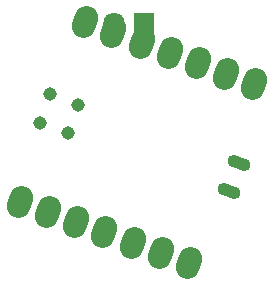
<source format=gbr>
%TF.GenerationSoftware,KiCad,Pcbnew,7.0.9*%
%TF.CreationDate,2024-01-29T17:42:56-06:00*%
%TF.ProjectId,quetzalblinkamini,71756574-7a61-46c6-926c-696e6b616d69,rev?*%
%TF.SameCoordinates,Original*%
%TF.FileFunction,Copper,L1,Top*%
%TF.FilePolarity,Positive*%
%FSLAX46Y46*%
G04 Gerber Fmt 4.6, Leading zero omitted, Abs format (unit mm)*
G04 Created by KiCad (PCBNEW 7.0.9) date 2024-01-29 17:42:56*
%MOMM*%
%LPD*%
G01*
G04 APERTURE LIST*
G04 Aperture macros list*
%AMHorizOval*
0 Thick line with rounded ends*
0 $1 width*
0 $2 $3 position (X,Y) of the first rounded end (center of the circle)*
0 $4 $5 position (X,Y) of the second rounded end (center of the circle)*
0 Add line between two ends*
20,1,$1,$2,$3,$4,$5,0*
0 Add two circle primitives to create the rounded ends*
1,1,$1,$2,$3*
1,1,$1,$4,$5*%
G04 Aperture macros list end*
%TA.AperFunction,SMDPad,CuDef*%
%ADD10HorizOval,1.998980X0.128138X0.352056X-0.128138X-0.352056X0*%
%TD*%
%TA.AperFunction,SMDPad,CuDef*%
%ADD11HorizOval,1.016000X-0.477364X0.173746X0.477364X-0.173746X0*%
%TD*%
%TA.AperFunction,SMDPad,CuDef*%
%ADD12C,1.143000*%
%TD*%
%TA.AperFunction,ComponentPad*%
%ADD13R,1.800000X1.800000*%
%TD*%
%TA.AperFunction,ComponentPad*%
%ADD14C,1.800000*%
%TD*%
G04 APERTURE END LIST*
D10*
%TO.P,U1,1,PA02_A0_D0*%
%TO.N,unconnected-(U1-PA02_A0_D0-Pad1)*%
X178046552Y-76880336D03*
%TO.P,U1,2,PA4_A1_D1*%
%TO.N,unconnected-(U1-PA4_A1_D1-Pad2)*%
X180433371Y-77749067D03*
%TO.P,U1,3,PA10_A2_D2*%
%TO.N,unconnected-(U1-PA10_A2_D2-Pad3)*%
X182820191Y-78617798D03*
%TO.P,U1,4,PA11_A3_D3*%
%TO.N,unconnected-(U1-PA11_A3_D3-Pad4)*%
X185207010Y-79486529D03*
%TO.P,U1,5,PA8_A4_D4_SDA*%
%TO.N,unconnected-(U1-PA8_A4_D4_SDA-Pad5)*%
X187593829Y-80355261D03*
%TO.P,U1,6,PA9_A5_D5_SCL*%
%TO.N,unconnected-(U1-PA9_A5_D5_SCL-Pad6)*%
X189980648Y-81223992D03*
%TO.P,U1,7,PB08_A6_D6_TX*%
%TO.N,unconnected-(U1-PB08_A6_D6_TX-Pad7)*%
X192367468Y-82092723D03*
%TO.P,U1,8,PB09_A7_D7_RX*%
%TO.N,unconnected-(U1-PB09_A7_D7_RX-Pad8)*%
X197896073Y-66903005D03*
%TO.P,U1,9,PA7_A8_D8_SCK*%
%TO.N,unconnected-(U1-PA7_A8_D8_SCK-Pad9)*%
X195509253Y-66034274D03*
%TO.P,U1,10,PA5_A9_D9_MISO*%
%TO.N,unconnected-(U1-PA5_A9_D9_MISO-Pad10)*%
X193122434Y-65165543D03*
%TO.P,U1,11,PA6_A10_D10_MOSI*%
%TO.N,unconnected-(U1-PA6_A10_D10_MOSI-Pad11)*%
X190735615Y-64296812D03*
%TO.P,U1,12,3V3*%
%TO.N,unconnected-(U1-3V3-Pad12)*%
X188348796Y-63428080D03*
%TO.P,U1,13,GND*%
%TO.N,unconnected-(U1-GND-Pad13)*%
X185961976Y-62559349D03*
%TO.P,U1,14,5V*%
%TO.N,unconnected-(U1-5V-Pad14)*%
X183575157Y-61690618D03*
D11*
%TO.P,U1,15,5V*%
%TO.N,unconnected-(U1-5V-Pad15)*%
X195728898Y-76008603D03*
%TO.P,U1,16,GND*%
%TO.N,unconnected-(U1-GND-Pad16)*%
X196601050Y-73612386D03*
D12*
%TO.P,U1,17,PA31_SWDIO*%
%TO.N,unconnected-(U1-PA31_SWDIO-Pad17)*%
X179749780Y-70193953D03*
%TO.P,U1,18,PA30_SWCLK*%
%TO.N,unconnected-(U1-PA30_SWCLK-Pad18)*%
X180618511Y-67807134D03*
%TO.P,U1,19,RESET*%
%TO.N,unconnected-(U1-RESET-Pad19)*%
X182136599Y-71062684D03*
%TO.P,U1,20,GND*%
%TO.N,unconnected-(U1-GND-Pad20)*%
X183005330Y-68675865D03*
%TD*%
D13*
%TO.P,D2,1,A1*%
%TO.N,unconnected-(D2-A1-Pad1)*%
X188550000Y-61750000D03*
D14*
%TO.P,D2,2,A2*%
%TO.N,unconnected-(D2-A2-Pad2)*%
X186010000Y-61750000D03*
%TO.P,D2,3,K*%
%TO.N,unconnected-(D2-K-Pad3)*%
X183470000Y-61750000D03*
%TD*%
M02*

</source>
